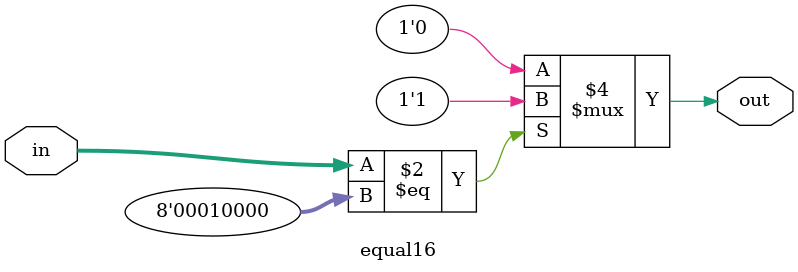
<source format=v>
module equal16(
    input wire [7:0] in,
    output reg out);

    always @* begin
        if (in == 8'd16) begin
            out = 1'b1;
        end else begin
            out = 1'b0;
        end
    end

endmodule

</source>
